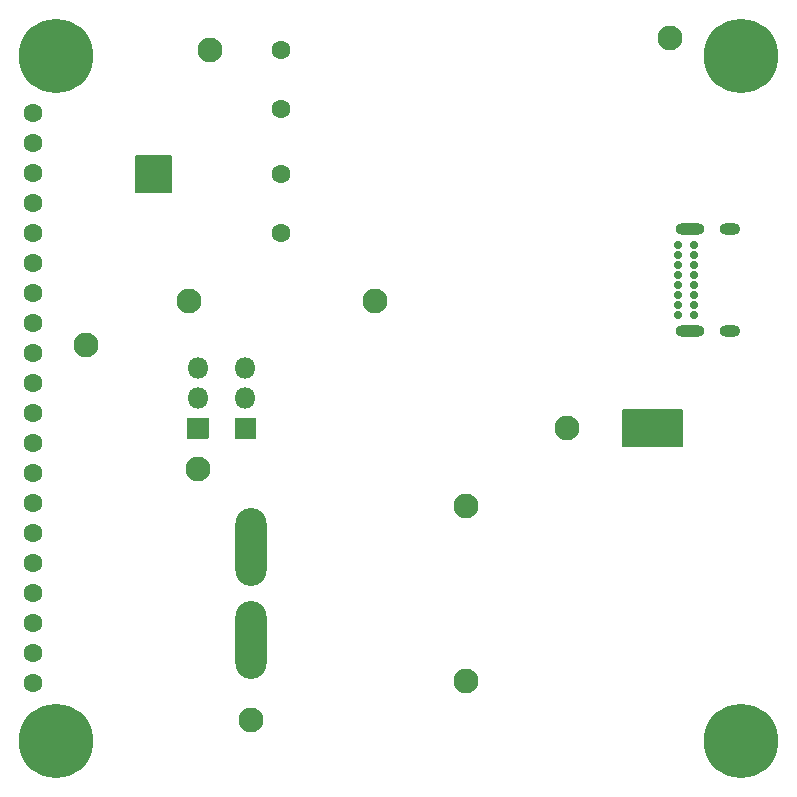
<source format=gbr>
G04 #@! TF.GenerationSoftware,KiCad,Pcbnew,(5.1.8)-1*
G04 #@! TF.CreationDate,2020-12-13T00:02:07-08:00*
G04 #@! TF.ProjectId,IRIS-power,49524953-2d70-46f7-9765-722e6b696361,rev?*
G04 #@! TF.SameCoordinates,Original*
G04 #@! TF.FileFunction,Soldermask,Bot*
G04 #@! TF.FilePolarity,Negative*
%FSLAX46Y46*%
G04 Gerber Fmt 4.6, Leading zero omitted, Abs format (unit mm)*
G04 Created by KiCad (PCBNEW (5.1.8)-1) date 2020-12-13 00:02:07*
%MOMM*%
%LPD*%
G01*
G04 APERTURE LIST*
%ADD10C,0.200000*%
%ADD11C,1.601600*%
%ADD12C,0.901600*%
%ADD13C,6.301600*%
%ADD14O,1.763500X0.963500*%
%ADD15O,2.463500X0.963500*%
%ADD16C,0.738500*%
%ADD17C,2.101600*%
%ADD18O,2.641600X6.604000*%
%ADD19O,1.801600X1.801600*%
G04 APERTURE END LIST*
D10*
G36*
X13250000Y17500000D02*
G01*
X10250000Y17500000D01*
X10250000Y20500000D01*
X13250000Y20500000D01*
X13250000Y17500000D01*
G37*
X13250000Y17500000D02*
X10250000Y17500000D01*
X10250000Y20500000D01*
X13250000Y20500000D01*
X13250000Y17500000D01*
G36*
X56500000Y-4000000D02*
G01*
X51500000Y-4000000D01*
X51500000Y-1000000D01*
X56500000Y-1000000D01*
X56500000Y-4000000D01*
G37*
X56500000Y-4000000D02*
X51500000Y-4000000D01*
X51500000Y-1000000D01*
X56500000Y-1000000D01*
X56500000Y-4000000D01*
D11*
X1500000Y13970000D03*
X1500000Y6350000D03*
X1500000Y16510000D03*
X1500000Y3810000D03*
X1500000Y-1270000D03*
X1500000Y-6350000D03*
X1500000Y-11430000D03*
X1500000Y1270000D03*
X1500000Y21590000D03*
X1500000Y-19050000D03*
X1500000Y-24130000D03*
X1500000Y-16510000D03*
X1500000Y-13970000D03*
X1500000Y19050000D03*
X1500000Y11430000D03*
X1500000Y-21590000D03*
X1500000Y8890000D03*
X1500000Y-8890000D03*
X1500000Y-3810000D03*
X1500000Y24130000D03*
D12*
X5900000Y29000000D03*
D13*
X3500000Y29000000D03*
D12*
X3500000Y26600000D03*
X1802944Y30697056D03*
X1802944Y27302944D03*
X1100000Y29000000D03*
X3500000Y31400000D03*
X5197056Y27302944D03*
X5197056Y30697056D03*
X63900000Y29000000D03*
D13*
X61500000Y29000000D03*
D12*
X61500000Y26600000D03*
X59802944Y30697056D03*
X59802944Y27302944D03*
X59100000Y29000000D03*
X61500000Y31400000D03*
X63197056Y27302944D03*
X63197056Y30697056D03*
X63900000Y-29000000D03*
D13*
X61500000Y-29000000D03*
D12*
X61500000Y-31400000D03*
X59802944Y-27302944D03*
X59802944Y-30697056D03*
X59100000Y-29000000D03*
X61500000Y-26600000D03*
X63197056Y-30697056D03*
X63197056Y-27302944D03*
X5900000Y-29000000D03*
X1802944Y-30697056D03*
D13*
X3500000Y-29000000D03*
D12*
X3500000Y-26600000D03*
X5197056Y-27302944D03*
X1100000Y-29000000D03*
X1802944Y-27302944D03*
X5197056Y-30697056D03*
X3500000Y-31400000D03*
D14*
X60510000Y14325000D03*
X60510000Y5675000D03*
D15*
X57130000Y14325000D03*
X57130000Y5675000D03*
D16*
X57500000Y10425000D03*
X57500000Y12975000D03*
X57500000Y12125000D03*
X57500000Y11275000D03*
X57500000Y7025000D03*
X57500000Y8725000D03*
X57500000Y9575000D03*
X57500000Y7875000D03*
X56150000Y12975000D03*
X56150000Y12125000D03*
X56150000Y11275000D03*
X56150000Y10425000D03*
X56150000Y9575000D03*
X56150000Y8725000D03*
X56150000Y7875000D03*
X56150000Y7025000D03*
D17*
X38230000Y-9100000D03*
X38230000Y-23900000D03*
D18*
X20000000Y-12563000D03*
X20000000Y-20437000D03*
D11*
X22500000Y29500000D03*
X22500000Y24500000D03*
X22500000Y19000000D03*
X22500000Y14000000D03*
D17*
X20000000Y-27250000D03*
G36*
G01*
X16400800Y-1690000D02*
X16400800Y-3390000D01*
G75*
G02*
X16350000Y-3440800I-50800J0D01*
G01*
X14650000Y-3440800D01*
G75*
G02*
X14599200Y-3390000I0J50800D01*
G01*
X14599200Y-1690000D01*
G75*
G02*
X14650000Y-1639200I50800J0D01*
G01*
X16350000Y-1639200D01*
G75*
G02*
X16400800Y-1690000I0J-50800D01*
G01*
G37*
D19*
X15500000Y0D03*
X15500000Y2540000D03*
X19500000Y2540000D03*
X19500000Y0D03*
G36*
G01*
X20400800Y-1690000D02*
X20400800Y-3390000D01*
G75*
G02*
X20350000Y-3440800I-50800J0D01*
G01*
X18650000Y-3440800D01*
G75*
G02*
X18599200Y-3390000I0J50800D01*
G01*
X18599200Y-1690000D01*
G75*
G02*
X18650000Y-1639200I50800J0D01*
G01*
X20350000Y-1639200D01*
G75*
G02*
X20400800Y-1690000I0J-50800D01*
G01*
G37*
D17*
X46750000Y-2500000D03*
X30500000Y8250000D03*
X15500000Y-6000000D03*
X14750000Y8250000D03*
X6000000Y4500000D03*
X16500000Y29500000D03*
X55500000Y30500000D03*
M02*

</source>
